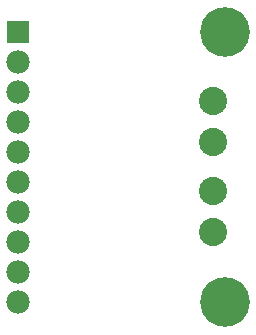
<source format=gbr>
G04 EAGLE Gerber RS-274X export*
G75*
%MOMM*%
%FSLAX34Y34*%
%LPD*%
%INSoldermask Bottom*%
%IPPOS*%
%AMOC8*
5,1,8,0,0,1.08239X$1,22.5*%
G01*
%ADD10R,1.981200X1.981200*%
%ADD11C,1.981200*%
%ADD12C,2.387600*%
%ADD13C,4.203200*%


D10*
X15240Y254000D03*
D11*
X15240Y228600D03*
X15240Y203200D03*
X15240Y177800D03*
X15240Y152400D03*
X15240Y127000D03*
X15240Y101600D03*
X15240Y76200D03*
X15240Y50800D03*
X15240Y25400D03*
D12*
X180340Y119600D03*
X180340Y84600D03*
X180340Y195800D03*
X180340Y160800D03*
D13*
X190500Y25400D03*
X190500Y254000D03*
M02*

</source>
